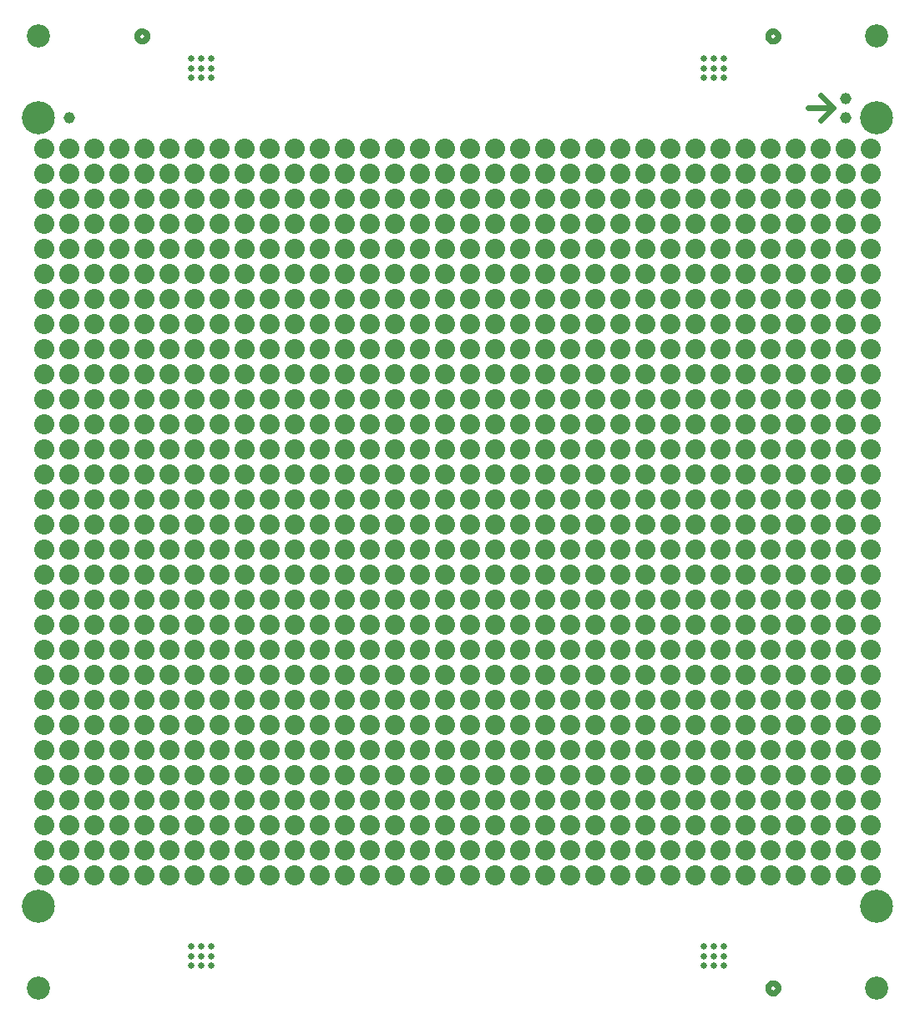
<source format=gts>
G75*
%MOIN*%
%OFA0B0*%
%FSLAX25Y25*%
%IPPOS*%
%LPD*%
%AMOC8*
5,1,8,0,0,1.08239X$1,22.5*
%
%ADD10C,0.13198*%
%ADD11C,0.02400*%
%ADD12C,0.02569*%
%ADD13C,0.09261*%
%ADD14C,0.04537*%
%ADD15C,0.08000*%
D10*
X0016427Y0041170D03*
X0016427Y0356131D03*
X0351072Y0356131D03*
X0351072Y0041170D03*
D11*
X0307765Y0008690D02*
X0307767Y0008778D01*
X0307773Y0008866D01*
X0307783Y0008954D01*
X0307797Y0009042D01*
X0307814Y0009128D01*
X0307836Y0009214D01*
X0307861Y0009298D01*
X0307891Y0009382D01*
X0307923Y0009464D01*
X0307960Y0009544D01*
X0308000Y0009623D01*
X0308044Y0009700D01*
X0308091Y0009775D01*
X0308141Y0009847D01*
X0308195Y0009918D01*
X0308251Y0009985D01*
X0308311Y0010051D01*
X0308373Y0010113D01*
X0308439Y0010173D01*
X0308506Y0010229D01*
X0308577Y0010283D01*
X0308649Y0010333D01*
X0308724Y0010380D01*
X0308801Y0010424D01*
X0308880Y0010464D01*
X0308960Y0010501D01*
X0309042Y0010533D01*
X0309126Y0010563D01*
X0309210Y0010588D01*
X0309296Y0010610D01*
X0309382Y0010627D01*
X0309470Y0010641D01*
X0309558Y0010651D01*
X0309646Y0010657D01*
X0309734Y0010659D01*
X0309822Y0010657D01*
X0309910Y0010651D01*
X0309998Y0010641D01*
X0310086Y0010627D01*
X0310172Y0010610D01*
X0310258Y0010588D01*
X0310342Y0010563D01*
X0310426Y0010533D01*
X0310508Y0010501D01*
X0310588Y0010464D01*
X0310667Y0010424D01*
X0310744Y0010380D01*
X0310819Y0010333D01*
X0310891Y0010283D01*
X0310962Y0010229D01*
X0311029Y0010173D01*
X0311095Y0010113D01*
X0311157Y0010051D01*
X0311217Y0009985D01*
X0311273Y0009918D01*
X0311327Y0009847D01*
X0311377Y0009775D01*
X0311424Y0009700D01*
X0311468Y0009623D01*
X0311508Y0009544D01*
X0311545Y0009464D01*
X0311577Y0009382D01*
X0311607Y0009298D01*
X0311632Y0009214D01*
X0311654Y0009128D01*
X0311671Y0009042D01*
X0311685Y0008954D01*
X0311695Y0008866D01*
X0311701Y0008778D01*
X0311703Y0008690D01*
X0311701Y0008602D01*
X0311695Y0008514D01*
X0311685Y0008426D01*
X0311671Y0008338D01*
X0311654Y0008252D01*
X0311632Y0008166D01*
X0311607Y0008082D01*
X0311577Y0007998D01*
X0311545Y0007916D01*
X0311508Y0007836D01*
X0311468Y0007757D01*
X0311424Y0007680D01*
X0311377Y0007605D01*
X0311327Y0007533D01*
X0311273Y0007462D01*
X0311217Y0007395D01*
X0311157Y0007329D01*
X0311095Y0007267D01*
X0311029Y0007207D01*
X0310962Y0007151D01*
X0310891Y0007097D01*
X0310819Y0007047D01*
X0310744Y0007000D01*
X0310667Y0006956D01*
X0310588Y0006916D01*
X0310508Y0006879D01*
X0310426Y0006847D01*
X0310342Y0006817D01*
X0310258Y0006792D01*
X0310172Y0006770D01*
X0310086Y0006753D01*
X0309998Y0006739D01*
X0309910Y0006729D01*
X0309822Y0006723D01*
X0309734Y0006721D01*
X0309646Y0006723D01*
X0309558Y0006729D01*
X0309470Y0006739D01*
X0309382Y0006753D01*
X0309296Y0006770D01*
X0309210Y0006792D01*
X0309126Y0006817D01*
X0309042Y0006847D01*
X0308960Y0006879D01*
X0308880Y0006916D01*
X0308801Y0006956D01*
X0308724Y0007000D01*
X0308649Y0007047D01*
X0308577Y0007097D01*
X0308506Y0007151D01*
X0308439Y0007207D01*
X0308373Y0007267D01*
X0308311Y0007329D01*
X0308251Y0007395D01*
X0308195Y0007462D01*
X0308141Y0007533D01*
X0308091Y0007605D01*
X0308044Y0007680D01*
X0308000Y0007757D01*
X0307960Y0007836D01*
X0307923Y0007916D01*
X0307891Y0007998D01*
X0307861Y0008082D01*
X0307836Y0008166D01*
X0307814Y0008252D01*
X0307797Y0008338D01*
X0307783Y0008426D01*
X0307773Y0008514D01*
X0307767Y0008602D01*
X0307765Y0008690D01*
X0328750Y0354900D02*
X0333750Y0359900D01*
X0328750Y0364900D01*
X0323750Y0359900D02*
X0333750Y0359900D01*
X0307765Y0388611D02*
X0307767Y0388699D01*
X0307773Y0388787D01*
X0307783Y0388875D01*
X0307797Y0388963D01*
X0307814Y0389049D01*
X0307836Y0389135D01*
X0307861Y0389219D01*
X0307891Y0389303D01*
X0307923Y0389385D01*
X0307960Y0389465D01*
X0308000Y0389544D01*
X0308044Y0389621D01*
X0308091Y0389696D01*
X0308141Y0389768D01*
X0308195Y0389839D01*
X0308251Y0389906D01*
X0308311Y0389972D01*
X0308373Y0390034D01*
X0308439Y0390094D01*
X0308506Y0390150D01*
X0308577Y0390204D01*
X0308649Y0390254D01*
X0308724Y0390301D01*
X0308801Y0390345D01*
X0308880Y0390385D01*
X0308960Y0390422D01*
X0309042Y0390454D01*
X0309126Y0390484D01*
X0309210Y0390509D01*
X0309296Y0390531D01*
X0309382Y0390548D01*
X0309470Y0390562D01*
X0309558Y0390572D01*
X0309646Y0390578D01*
X0309734Y0390580D01*
X0309822Y0390578D01*
X0309910Y0390572D01*
X0309998Y0390562D01*
X0310086Y0390548D01*
X0310172Y0390531D01*
X0310258Y0390509D01*
X0310342Y0390484D01*
X0310426Y0390454D01*
X0310508Y0390422D01*
X0310588Y0390385D01*
X0310667Y0390345D01*
X0310744Y0390301D01*
X0310819Y0390254D01*
X0310891Y0390204D01*
X0310962Y0390150D01*
X0311029Y0390094D01*
X0311095Y0390034D01*
X0311157Y0389972D01*
X0311217Y0389906D01*
X0311273Y0389839D01*
X0311327Y0389768D01*
X0311377Y0389696D01*
X0311424Y0389621D01*
X0311468Y0389544D01*
X0311508Y0389465D01*
X0311545Y0389385D01*
X0311577Y0389303D01*
X0311607Y0389219D01*
X0311632Y0389135D01*
X0311654Y0389049D01*
X0311671Y0388963D01*
X0311685Y0388875D01*
X0311695Y0388787D01*
X0311701Y0388699D01*
X0311703Y0388611D01*
X0311701Y0388523D01*
X0311695Y0388435D01*
X0311685Y0388347D01*
X0311671Y0388259D01*
X0311654Y0388173D01*
X0311632Y0388087D01*
X0311607Y0388003D01*
X0311577Y0387919D01*
X0311545Y0387837D01*
X0311508Y0387757D01*
X0311468Y0387678D01*
X0311424Y0387601D01*
X0311377Y0387526D01*
X0311327Y0387454D01*
X0311273Y0387383D01*
X0311217Y0387316D01*
X0311157Y0387250D01*
X0311095Y0387188D01*
X0311029Y0387128D01*
X0310962Y0387072D01*
X0310891Y0387018D01*
X0310819Y0386968D01*
X0310744Y0386921D01*
X0310667Y0386877D01*
X0310588Y0386837D01*
X0310508Y0386800D01*
X0310426Y0386768D01*
X0310342Y0386738D01*
X0310258Y0386713D01*
X0310172Y0386691D01*
X0310086Y0386674D01*
X0309998Y0386660D01*
X0309910Y0386650D01*
X0309822Y0386644D01*
X0309734Y0386642D01*
X0309646Y0386644D01*
X0309558Y0386650D01*
X0309470Y0386660D01*
X0309382Y0386674D01*
X0309296Y0386691D01*
X0309210Y0386713D01*
X0309126Y0386738D01*
X0309042Y0386768D01*
X0308960Y0386800D01*
X0308880Y0386837D01*
X0308801Y0386877D01*
X0308724Y0386921D01*
X0308649Y0386968D01*
X0308577Y0387018D01*
X0308506Y0387072D01*
X0308439Y0387128D01*
X0308373Y0387188D01*
X0308311Y0387250D01*
X0308251Y0387316D01*
X0308195Y0387383D01*
X0308141Y0387454D01*
X0308091Y0387526D01*
X0308044Y0387601D01*
X0308000Y0387678D01*
X0307960Y0387757D01*
X0307923Y0387837D01*
X0307891Y0387919D01*
X0307861Y0388003D01*
X0307836Y0388087D01*
X0307814Y0388173D01*
X0307797Y0388259D01*
X0307783Y0388347D01*
X0307773Y0388435D01*
X0307767Y0388523D01*
X0307765Y0388611D01*
X0055796Y0388611D02*
X0055798Y0388699D01*
X0055804Y0388787D01*
X0055814Y0388875D01*
X0055828Y0388963D01*
X0055845Y0389049D01*
X0055867Y0389135D01*
X0055892Y0389219D01*
X0055922Y0389303D01*
X0055954Y0389385D01*
X0055991Y0389465D01*
X0056031Y0389544D01*
X0056075Y0389621D01*
X0056122Y0389696D01*
X0056172Y0389768D01*
X0056226Y0389839D01*
X0056282Y0389906D01*
X0056342Y0389972D01*
X0056404Y0390034D01*
X0056470Y0390094D01*
X0056537Y0390150D01*
X0056608Y0390204D01*
X0056680Y0390254D01*
X0056755Y0390301D01*
X0056832Y0390345D01*
X0056911Y0390385D01*
X0056991Y0390422D01*
X0057073Y0390454D01*
X0057157Y0390484D01*
X0057241Y0390509D01*
X0057327Y0390531D01*
X0057413Y0390548D01*
X0057501Y0390562D01*
X0057589Y0390572D01*
X0057677Y0390578D01*
X0057765Y0390580D01*
X0057853Y0390578D01*
X0057941Y0390572D01*
X0058029Y0390562D01*
X0058117Y0390548D01*
X0058203Y0390531D01*
X0058289Y0390509D01*
X0058373Y0390484D01*
X0058457Y0390454D01*
X0058539Y0390422D01*
X0058619Y0390385D01*
X0058698Y0390345D01*
X0058775Y0390301D01*
X0058850Y0390254D01*
X0058922Y0390204D01*
X0058993Y0390150D01*
X0059060Y0390094D01*
X0059126Y0390034D01*
X0059188Y0389972D01*
X0059248Y0389906D01*
X0059304Y0389839D01*
X0059358Y0389768D01*
X0059408Y0389696D01*
X0059455Y0389621D01*
X0059499Y0389544D01*
X0059539Y0389465D01*
X0059576Y0389385D01*
X0059608Y0389303D01*
X0059638Y0389219D01*
X0059663Y0389135D01*
X0059685Y0389049D01*
X0059702Y0388963D01*
X0059716Y0388875D01*
X0059726Y0388787D01*
X0059732Y0388699D01*
X0059734Y0388611D01*
X0059732Y0388523D01*
X0059726Y0388435D01*
X0059716Y0388347D01*
X0059702Y0388259D01*
X0059685Y0388173D01*
X0059663Y0388087D01*
X0059638Y0388003D01*
X0059608Y0387919D01*
X0059576Y0387837D01*
X0059539Y0387757D01*
X0059499Y0387678D01*
X0059455Y0387601D01*
X0059408Y0387526D01*
X0059358Y0387454D01*
X0059304Y0387383D01*
X0059248Y0387316D01*
X0059188Y0387250D01*
X0059126Y0387188D01*
X0059060Y0387128D01*
X0058993Y0387072D01*
X0058922Y0387018D01*
X0058850Y0386968D01*
X0058775Y0386921D01*
X0058698Y0386877D01*
X0058619Y0386837D01*
X0058539Y0386800D01*
X0058457Y0386768D01*
X0058373Y0386738D01*
X0058289Y0386713D01*
X0058203Y0386691D01*
X0058117Y0386674D01*
X0058029Y0386660D01*
X0057941Y0386650D01*
X0057853Y0386644D01*
X0057765Y0386642D01*
X0057677Y0386644D01*
X0057589Y0386650D01*
X0057501Y0386660D01*
X0057413Y0386674D01*
X0057327Y0386691D01*
X0057241Y0386713D01*
X0057157Y0386738D01*
X0057073Y0386768D01*
X0056991Y0386800D01*
X0056911Y0386837D01*
X0056832Y0386877D01*
X0056755Y0386921D01*
X0056680Y0386968D01*
X0056608Y0387018D01*
X0056537Y0387072D01*
X0056470Y0387128D01*
X0056404Y0387188D01*
X0056342Y0387250D01*
X0056282Y0387316D01*
X0056226Y0387383D01*
X0056172Y0387454D01*
X0056122Y0387526D01*
X0056075Y0387601D01*
X0056031Y0387678D01*
X0055991Y0387757D01*
X0055954Y0387837D01*
X0055922Y0387919D01*
X0055892Y0388003D01*
X0055867Y0388087D01*
X0055845Y0388173D01*
X0055828Y0388259D01*
X0055814Y0388347D01*
X0055804Y0388435D01*
X0055798Y0388523D01*
X0055796Y0388611D01*
D12*
X0077450Y0379753D03*
X0077450Y0375816D03*
X0077450Y0371879D03*
X0081387Y0371879D03*
X0081387Y0375816D03*
X0081387Y0379753D03*
X0085324Y0379753D03*
X0085324Y0375816D03*
X0085324Y0371879D03*
X0282175Y0371879D03*
X0286112Y0371879D03*
X0286112Y0375816D03*
X0286112Y0379753D03*
X0282175Y0379753D03*
X0282175Y0375816D03*
X0290049Y0375816D03*
X0290049Y0379753D03*
X0290049Y0371879D03*
X0290049Y0025422D03*
X0290049Y0021485D03*
X0290049Y0017548D03*
X0286112Y0017548D03*
X0286112Y0021485D03*
X0286112Y0025422D03*
X0282175Y0025422D03*
X0282175Y0021485D03*
X0282175Y0017548D03*
X0085324Y0017548D03*
X0081387Y0017548D03*
X0077450Y0017548D03*
X0077450Y0021485D03*
X0077450Y0025422D03*
X0081387Y0025422D03*
X0081387Y0021485D03*
X0085324Y0021485D03*
X0085324Y0025422D03*
D13*
X0016427Y0008690D03*
X0351072Y0008690D03*
X0351072Y0388611D03*
X0016427Y0388611D03*
D14*
X0028750Y0356150D03*
X0338750Y0356150D03*
X0338750Y0363650D03*
D15*
X0338750Y0343650D03*
X0348750Y0343650D03*
X0348750Y0333650D03*
X0348750Y0323650D03*
X0348750Y0313650D03*
X0348750Y0303650D03*
X0348750Y0293650D03*
X0348750Y0283650D03*
X0348750Y0273650D03*
X0348750Y0263650D03*
X0348750Y0253650D03*
X0348750Y0243650D03*
X0348750Y0233650D03*
X0348750Y0223650D03*
X0348750Y0213650D03*
X0348750Y0203650D03*
X0348750Y0193650D03*
X0348750Y0183650D03*
X0348750Y0173650D03*
X0348750Y0163650D03*
X0348750Y0153650D03*
X0348750Y0143650D03*
X0348750Y0133650D03*
X0348750Y0123650D03*
X0348750Y0113650D03*
X0348750Y0103650D03*
X0348750Y0093650D03*
X0348750Y0083650D03*
X0348750Y0073650D03*
X0348750Y0063650D03*
X0348750Y0053650D03*
X0338750Y0053650D03*
X0338750Y0063650D03*
X0338750Y0073650D03*
X0338750Y0083650D03*
X0338750Y0093650D03*
X0338750Y0103650D03*
X0338750Y0113650D03*
X0338750Y0123650D03*
X0338750Y0133650D03*
X0338750Y0143650D03*
X0338750Y0153650D03*
X0338750Y0163650D03*
X0338750Y0173650D03*
X0338750Y0183650D03*
X0338750Y0193650D03*
X0338750Y0203650D03*
X0338750Y0213650D03*
X0338750Y0223650D03*
X0338750Y0233650D03*
X0338750Y0243650D03*
X0338750Y0253650D03*
X0338750Y0263650D03*
X0338750Y0273650D03*
X0338750Y0283650D03*
X0338750Y0293650D03*
X0338750Y0303650D03*
X0338750Y0313650D03*
X0338750Y0323650D03*
X0338750Y0333650D03*
X0328750Y0333650D03*
X0328750Y0323650D03*
X0328750Y0313650D03*
X0328750Y0303650D03*
X0328750Y0293650D03*
X0328750Y0283650D03*
X0328750Y0273650D03*
X0328750Y0263650D03*
X0328750Y0253650D03*
X0328750Y0243650D03*
X0328750Y0233650D03*
X0328750Y0223650D03*
X0328750Y0213650D03*
X0328750Y0203650D03*
X0328750Y0193650D03*
X0328750Y0183650D03*
X0328750Y0173650D03*
X0328750Y0163650D03*
X0328750Y0153650D03*
X0328750Y0143650D03*
X0328750Y0133650D03*
X0328750Y0123650D03*
X0328750Y0113650D03*
X0328750Y0103650D03*
X0328750Y0093650D03*
X0328750Y0083650D03*
X0328750Y0073650D03*
X0328750Y0063650D03*
X0328750Y0053650D03*
X0318750Y0053650D03*
X0308750Y0053650D03*
X0308750Y0063650D03*
X0318750Y0063650D03*
X0318750Y0073650D03*
X0308750Y0073650D03*
X0308750Y0083650D03*
X0318750Y0083650D03*
X0318750Y0093650D03*
X0308750Y0093650D03*
X0308750Y0103650D03*
X0318750Y0103650D03*
X0318750Y0113650D03*
X0308750Y0113650D03*
X0308750Y0123650D03*
X0318750Y0123650D03*
X0318750Y0133650D03*
X0308750Y0133650D03*
X0308750Y0143650D03*
X0318750Y0143650D03*
X0318750Y0153650D03*
X0308750Y0153650D03*
X0308750Y0163650D03*
X0318750Y0163650D03*
X0318750Y0173650D03*
X0308750Y0173650D03*
X0308750Y0183650D03*
X0318750Y0183650D03*
X0318750Y0193650D03*
X0308750Y0193650D03*
X0308750Y0203650D03*
X0318750Y0203650D03*
X0318750Y0213650D03*
X0308750Y0213650D03*
X0308750Y0223650D03*
X0318750Y0223650D03*
X0318750Y0233650D03*
X0308750Y0233650D03*
X0308750Y0243650D03*
X0318750Y0243650D03*
X0318750Y0253650D03*
X0308750Y0253650D03*
X0308750Y0263650D03*
X0318750Y0263650D03*
X0318750Y0273650D03*
X0308750Y0273650D03*
X0308750Y0283650D03*
X0318750Y0283650D03*
X0318750Y0293650D03*
X0308750Y0293650D03*
X0308750Y0303650D03*
X0318750Y0303650D03*
X0318750Y0313650D03*
X0308750Y0313650D03*
X0308750Y0323650D03*
X0318750Y0323650D03*
X0318750Y0333650D03*
X0308750Y0333650D03*
X0308750Y0343650D03*
X0318750Y0343650D03*
X0328750Y0343650D03*
X0298750Y0343650D03*
X0298750Y0333650D03*
X0298750Y0323650D03*
X0298750Y0313650D03*
X0298750Y0303650D03*
X0298750Y0293650D03*
X0298750Y0283650D03*
X0298750Y0273650D03*
X0298750Y0263650D03*
X0298750Y0253650D03*
X0298750Y0243650D03*
X0298750Y0233650D03*
X0298750Y0223650D03*
X0298750Y0213650D03*
X0298750Y0203650D03*
X0298750Y0193650D03*
X0298750Y0183650D03*
X0298750Y0173650D03*
X0298750Y0163650D03*
X0298750Y0153650D03*
X0298750Y0143650D03*
X0298750Y0133650D03*
X0298750Y0123650D03*
X0298750Y0113650D03*
X0298750Y0103650D03*
X0298750Y0093650D03*
X0298750Y0083650D03*
X0298750Y0073650D03*
X0298750Y0063650D03*
X0298750Y0053650D03*
X0288750Y0053650D03*
X0288750Y0063650D03*
X0288750Y0073650D03*
X0288750Y0083650D03*
X0288750Y0093650D03*
X0288750Y0103650D03*
X0288750Y0113650D03*
X0288750Y0123650D03*
X0288750Y0133650D03*
X0288750Y0143650D03*
X0288750Y0153650D03*
X0288750Y0163650D03*
X0288750Y0173650D03*
X0288750Y0183650D03*
X0288750Y0193650D03*
X0288750Y0203650D03*
X0288750Y0213650D03*
X0288750Y0223650D03*
X0288750Y0233650D03*
X0288750Y0243650D03*
X0288750Y0253650D03*
X0288750Y0263650D03*
X0288750Y0273650D03*
X0288750Y0283650D03*
X0288750Y0293650D03*
X0288750Y0303650D03*
X0288750Y0313650D03*
X0288750Y0323650D03*
X0288750Y0333650D03*
X0288750Y0343650D03*
X0278750Y0343650D03*
X0268750Y0343650D03*
X0268750Y0333650D03*
X0278750Y0333650D03*
X0278750Y0323650D03*
X0268750Y0323650D03*
X0268750Y0313650D03*
X0278750Y0313650D03*
X0278750Y0303650D03*
X0268750Y0303650D03*
X0268750Y0293650D03*
X0278750Y0293650D03*
X0278750Y0283650D03*
X0268750Y0283650D03*
X0268750Y0273650D03*
X0278750Y0273650D03*
X0278750Y0263650D03*
X0268750Y0263650D03*
X0268750Y0253650D03*
X0278750Y0253650D03*
X0278750Y0243650D03*
X0268750Y0243650D03*
X0268750Y0233650D03*
X0278750Y0233650D03*
X0278750Y0223650D03*
X0268750Y0223650D03*
X0268750Y0213650D03*
X0278750Y0213650D03*
X0278750Y0203650D03*
X0268750Y0203650D03*
X0268750Y0193650D03*
X0278750Y0193650D03*
X0278750Y0183650D03*
X0268750Y0183650D03*
X0268750Y0173650D03*
X0278750Y0173650D03*
X0278750Y0163650D03*
X0268750Y0163650D03*
X0268750Y0153650D03*
X0278750Y0153650D03*
X0278750Y0143650D03*
X0268750Y0143650D03*
X0268750Y0133650D03*
X0278750Y0133650D03*
X0278750Y0123650D03*
X0268750Y0123650D03*
X0268750Y0113650D03*
X0278750Y0113650D03*
X0278750Y0103650D03*
X0268750Y0103650D03*
X0268750Y0093650D03*
X0278750Y0093650D03*
X0278750Y0083650D03*
X0268750Y0083650D03*
X0268750Y0073650D03*
X0278750Y0073650D03*
X0278750Y0063650D03*
X0268750Y0063650D03*
X0268750Y0053650D03*
X0278750Y0053650D03*
X0258750Y0053650D03*
X0258750Y0063650D03*
X0258750Y0073650D03*
X0258750Y0083650D03*
X0258750Y0093650D03*
X0258750Y0103650D03*
X0258750Y0113650D03*
X0258750Y0123650D03*
X0258750Y0133650D03*
X0258750Y0143650D03*
X0258750Y0153650D03*
X0258750Y0163650D03*
X0258750Y0173650D03*
X0258750Y0183650D03*
X0258750Y0193650D03*
X0258750Y0203650D03*
X0258750Y0213650D03*
X0258750Y0223650D03*
X0258750Y0233650D03*
X0258750Y0243650D03*
X0258750Y0253650D03*
X0258750Y0263650D03*
X0258750Y0273650D03*
X0258750Y0283650D03*
X0258750Y0293650D03*
X0258750Y0303650D03*
X0258750Y0313650D03*
X0258750Y0323650D03*
X0258750Y0333650D03*
X0258750Y0343650D03*
X0248750Y0343650D03*
X0238750Y0343650D03*
X0238750Y0333650D03*
X0248750Y0333650D03*
X0248750Y0323650D03*
X0238750Y0323650D03*
X0238750Y0313650D03*
X0248750Y0313650D03*
X0248750Y0303650D03*
X0238750Y0303650D03*
X0238750Y0293650D03*
X0248750Y0293650D03*
X0248750Y0283650D03*
X0238750Y0283650D03*
X0238750Y0273650D03*
X0248750Y0273650D03*
X0248750Y0263650D03*
X0238750Y0263650D03*
X0238750Y0253650D03*
X0248750Y0253650D03*
X0248750Y0243650D03*
X0238750Y0243650D03*
X0238750Y0233650D03*
X0248750Y0233650D03*
X0248750Y0223650D03*
X0238750Y0223650D03*
X0238750Y0213650D03*
X0248750Y0213650D03*
X0248750Y0203650D03*
X0238750Y0203650D03*
X0238750Y0193650D03*
X0248750Y0193650D03*
X0248750Y0183650D03*
X0238750Y0183650D03*
X0238750Y0173650D03*
X0248750Y0173650D03*
X0248750Y0163650D03*
X0238750Y0163650D03*
X0238750Y0153650D03*
X0248750Y0153650D03*
X0248750Y0143650D03*
X0238750Y0143650D03*
X0238750Y0133650D03*
X0248750Y0133650D03*
X0248750Y0123650D03*
X0238750Y0123650D03*
X0238750Y0113650D03*
X0248750Y0113650D03*
X0248750Y0103650D03*
X0238750Y0103650D03*
X0238750Y0093650D03*
X0248750Y0093650D03*
X0248750Y0083650D03*
X0238750Y0083650D03*
X0238750Y0073650D03*
X0248750Y0073650D03*
X0248750Y0063650D03*
X0238750Y0063650D03*
X0238750Y0053650D03*
X0248750Y0053650D03*
X0228750Y0053650D03*
X0228750Y0063650D03*
X0228750Y0073650D03*
X0228750Y0083650D03*
X0228750Y0093650D03*
X0228750Y0103650D03*
X0228750Y0113650D03*
X0228750Y0123650D03*
X0228750Y0133650D03*
X0228750Y0143650D03*
X0228750Y0153650D03*
X0228750Y0163650D03*
X0228750Y0173650D03*
X0228750Y0183650D03*
X0228750Y0193650D03*
X0228750Y0203650D03*
X0228750Y0213650D03*
X0228750Y0223650D03*
X0228750Y0233650D03*
X0228750Y0243650D03*
X0228750Y0253650D03*
X0228750Y0263650D03*
X0228750Y0273650D03*
X0228750Y0283650D03*
X0228750Y0293650D03*
X0228750Y0303650D03*
X0228750Y0313650D03*
X0228750Y0323650D03*
X0228750Y0333650D03*
X0228750Y0343650D03*
X0218750Y0343650D03*
X0218750Y0333650D03*
X0218750Y0323650D03*
X0218750Y0313650D03*
X0218750Y0303650D03*
X0218750Y0293650D03*
X0218750Y0283650D03*
X0218750Y0273650D03*
X0218750Y0263650D03*
X0218750Y0253650D03*
X0218750Y0243650D03*
X0218750Y0233650D03*
X0218750Y0223650D03*
X0218750Y0213650D03*
X0218750Y0203650D03*
X0218750Y0193650D03*
X0218750Y0183650D03*
X0218750Y0173650D03*
X0218750Y0163650D03*
X0218750Y0153650D03*
X0218750Y0143650D03*
X0218750Y0133650D03*
X0218750Y0123650D03*
X0218750Y0113650D03*
X0218750Y0103650D03*
X0218750Y0093650D03*
X0218750Y0083650D03*
X0218750Y0073650D03*
X0218750Y0063650D03*
X0218750Y0053650D03*
X0208750Y0053650D03*
X0198750Y0053650D03*
X0198750Y0063650D03*
X0208750Y0063650D03*
X0208750Y0073650D03*
X0198750Y0073650D03*
X0198750Y0083650D03*
X0208750Y0083650D03*
X0208750Y0093650D03*
X0198750Y0093650D03*
X0198750Y0103650D03*
X0208750Y0103650D03*
X0208750Y0113650D03*
X0198750Y0113650D03*
X0198750Y0123650D03*
X0208750Y0123650D03*
X0208750Y0133650D03*
X0198750Y0133650D03*
X0198750Y0143650D03*
X0208750Y0143650D03*
X0208750Y0153650D03*
X0198750Y0153650D03*
X0198750Y0163650D03*
X0208750Y0163650D03*
X0208750Y0173650D03*
X0198750Y0173650D03*
X0198750Y0183650D03*
X0208750Y0183650D03*
X0208750Y0193650D03*
X0198750Y0193650D03*
X0198750Y0203650D03*
X0208750Y0203650D03*
X0208750Y0213650D03*
X0198750Y0213650D03*
X0198750Y0223650D03*
X0208750Y0223650D03*
X0208750Y0233650D03*
X0198750Y0233650D03*
X0198750Y0243650D03*
X0208750Y0243650D03*
X0208750Y0253650D03*
X0198750Y0253650D03*
X0198750Y0263650D03*
X0208750Y0263650D03*
X0208750Y0273650D03*
X0198750Y0273650D03*
X0198750Y0283650D03*
X0208750Y0283650D03*
X0208750Y0293650D03*
X0198750Y0293650D03*
X0198750Y0303650D03*
X0208750Y0303650D03*
X0208750Y0313650D03*
X0198750Y0313650D03*
X0198750Y0323650D03*
X0208750Y0323650D03*
X0208750Y0333650D03*
X0198750Y0333650D03*
X0198750Y0343650D03*
X0208750Y0343650D03*
X0188750Y0343650D03*
X0188750Y0333650D03*
X0188750Y0323650D03*
X0188750Y0313650D03*
X0188750Y0303650D03*
X0188750Y0293650D03*
X0188750Y0283650D03*
X0188750Y0273650D03*
X0188750Y0263650D03*
X0188750Y0253650D03*
X0188750Y0243650D03*
X0188750Y0233650D03*
X0188750Y0223650D03*
X0188750Y0213650D03*
X0188750Y0203650D03*
X0188750Y0193650D03*
X0188750Y0183650D03*
X0188750Y0173650D03*
X0188750Y0163650D03*
X0188750Y0153650D03*
X0188750Y0143650D03*
X0188750Y0133650D03*
X0188750Y0123650D03*
X0188750Y0113650D03*
X0188750Y0103650D03*
X0188750Y0093650D03*
X0188750Y0083650D03*
X0188750Y0073650D03*
X0188750Y0063650D03*
X0188750Y0053650D03*
X0178750Y0053650D03*
X0178750Y0063650D03*
X0178750Y0073650D03*
X0178750Y0083650D03*
X0178750Y0093650D03*
X0178750Y0103650D03*
X0178750Y0113650D03*
X0178750Y0123650D03*
X0178750Y0133650D03*
X0178750Y0143650D03*
X0178750Y0153650D03*
X0178750Y0163650D03*
X0178750Y0173650D03*
X0178750Y0183650D03*
X0178750Y0193650D03*
X0178750Y0203650D03*
X0178750Y0213650D03*
X0178750Y0223650D03*
X0178750Y0233650D03*
X0178750Y0243650D03*
X0178750Y0253650D03*
X0178750Y0263650D03*
X0178750Y0273650D03*
X0178750Y0283650D03*
X0178750Y0293650D03*
X0178750Y0303650D03*
X0178750Y0313650D03*
X0178750Y0323650D03*
X0178750Y0333650D03*
X0178750Y0343650D03*
X0168750Y0343650D03*
X0158750Y0343650D03*
X0158750Y0333650D03*
X0168750Y0333650D03*
X0168750Y0323650D03*
X0158750Y0323650D03*
X0158750Y0313650D03*
X0168750Y0313650D03*
X0168750Y0303650D03*
X0158750Y0303650D03*
X0158750Y0293650D03*
X0168750Y0293650D03*
X0168750Y0283650D03*
X0158750Y0283650D03*
X0158750Y0273650D03*
X0168750Y0273650D03*
X0168750Y0263650D03*
X0158750Y0263650D03*
X0158750Y0253650D03*
X0168750Y0253650D03*
X0168750Y0243650D03*
X0158750Y0243650D03*
X0158750Y0233650D03*
X0168750Y0233650D03*
X0168750Y0223650D03*
X0158750Y0223650D03*
X0158750Y0213650D03*
X0168750Y0213650D03*
X0168750Y0203650D03*
X0158750Y0203650D03*
X0158750Y0193650D03*
X0168750Y0193650D03*
X0168750Y0183650D03*
X0158750Y0183650D03*
X0158750Y0173650D03*
X0168750Y0173650D03*
X0168750Y0163650D03*
X0158750Y0163650D03*
X0158750Y0153650D03*
X0168750Y0153650D03*
X0168750Y0143650D03*
X0158750Y0143650D03*
X0158750Y0133650D03*
X0168750Y0133650D03*
X0168750Y0123650D03*
X0158750Y0123650D03*
X0158750Y0113650D03*
X0168750Y0113650D03*
X0168750Y0103650D03*
X0158750Y0103650D03*
X0158750Y0093650D03*
X0168750Y0093650D03*
X0168750Y0083650D03*
X0158750Y0083650D03*
X0158750Y0073650D03*
X0168750Y0073650D03*
X0168750Y0063650D03*
X0158750Y0063650D03*
X0158750Y0053650D03*
X0168750Y0053650D03*
X0148750Y0053650D03*
X0148750Y0063650D03*
X0148750Y0073650D03*
X0148750Y0083650D03*
X0148750Y0093650D03*
X0148750Y0103650D03*
X0148750Y0113650D03*
X0148750Y0123650D03*
X0148750Y0133650D03*
X0148750Y0143650D03*
X0148750Y0153650D03*
X0148750Y0163650D03*
X0148750Y0173650D03*
X0148750Y0183650D03*
X0148750Y0193650D03*
X0148750Y0203650D03*
X0148750Y0213650D03*
X0148750Y0223650D03*
X0148750Y0233650D03*
X0148750Y0243650D03*
X0148750Y0253650D03*
X0148750Y0263650D03*
X0148750Y0273650D03*
X0148750Y0283650D03*
X0148750Y0293650D03*
X0148750Y0303650D03*
X0148750Y0313650D03*
X0148750Y0323650D03*
X0148750Y0333650D03*
X0148750Y0343650D03*
X0138750Y0343650D03*
X0128750Y0343650D03*
X0128750Y0333650D03*
X0138750Y0333650D03*
X0138750Y0323650D03*
X0128750Y0323650D03*
X0128750Y0313650D03*
X0138750Y0313650D03*
X0138750Y0303650D03*
X0128750Y0303650D03*
X0128750Y0293650D03*
X0138750Y0293650D03*
X0138750Y0283650D03*
X0128750Y0283650D03*
X0128750Y0273650D03*
X0138750Y0273650D03*
X0138750Y0263650D03*
X0128750Y0263650D03*
X0128750Y0253650D03*
X0138750Y0253650D03*
X0138750Y0243650D03*
X0128750Y0243650D03*
X0128750Y0233650D03*
X0138750Y0233650D03*
X0138750Y0223650D03*
X0128750Y0223650D03*
X0128750Y0213650D03*
X0138750Y0213650D03*
X0138750Y0203650D03*
X0128750Y0203650D03*
X0128750Y0193650D03*
X0138750Y0193650D03*
X0138750Y0183650D03*
X0128750Y0183650D03*
X0128750Y0173650D03*
X0138750Y0173650D03*
X0138750Y0163650D03*
X0128750Y0163650D03*
X0128750Y0153650D03*
X0138750Y0153650D03*
X0138750Y0143650D03*
X0128750Y0143650D03*
X0128750Y0133650D03*
X0138750Y0133650D03*
X0138750Y0123650D03*
X0128750Y0123650D03*
X0128750Y0113650D03*
X0138750Y0113650D03*
X0138750Y0103650D03*
X0128750Y0103650D03*
X0128750Y0093650D03*
X0138750Y0093650D03*
X0138750Y0083650D03*
X0128750Y0083650D03*
X0128750Y0073650D03*
X0138750Y0073650D03*
X0138750Y0063650D03*
X0128750Y0063650D03*
X0128750Y0053650D03*
X0138750Y0053650D03*
X0118750Y0053650D03*
X0118750Y0063650D03*
X0118750Y0073650D03*
X0118750Y0083650D03*
X0118750Y0093650D03*
X0118750Y0103650D03*
X0118750Y0113650D03*
X0118750Y0123650D03*
X0118750Y0133650D03*
X0118750Y0143650D03*
X0118750Y0153650D03*
X0118750Y0163650D03*
X0118750Y0173650D03*
X0118750Y0183650D03*
X0118750Y0193650D03*
X0118750Y0203650D03*
X0118750Y0213650D03*
X0118750Y0223650D03*
X0118750Y0233650D03*
X0118750Y0243650D03*
X0118750Y0253650D03*
X0118750Y0263650D03*
X0118750Y0273650D03*
X0118750Y0283650D03*
X0118750Y0293650D03*
X0118750Y0303650D03*
X0118750Y0313650D03*
X0118750Y0323650D03*
X0118750Y0333650D03*
X0118750Y0343650D03*
X0108750Y0343650D03*
X0108750Y0333650D03*
X0108750Y0323650D03*
X0108750Y0313650D03*
X0108750Y0303650D03*
X0108750Y0293650D03*
X0108750Y0283650D03*
X0108750Y0273650D03*
X0108750Y0263650D03*
X0108750Y0253650D03*
X0108750Y0243650D03*
X0108750Y0233650D03*
X0108750Y0223650D03*
X0108750Y0213650D03*
X0108750Y0203650D03*
X0108750Y0193650D03*
X0108750Y0183650D03*
X0108750Y0173650D03*
X0108750Y0163650D03*
X0108750Y0153650D03*
X0108750Y0143650D03*
X0108750Y0133650D03*
X0108750Y0123650D03*
X0108750Y0113650D03*
X0108750Y0103650D03*
X0108750Y0093650D03*
X0108750Y0083650D03*
X0108750Y0073650D03*
X0108750Y0063650D03*
X0108750Y0053650D03*
X0098750Y0053650D03*
X0088750Y0053650D03*
X0088750Y0063650D03*
X0098750Y0063650D03*
X0098750Y0073650D03*
X0088750Y0073650D03*
X0088750Y0083650D03*
X0098750Y0083650D03*
X0098750Y0093650D03*
X0088750Y0093650D03*
X0088750Y0103650D03*
X0098750Y0103650D03*
X0098750Y0113650D03*
X0088750Y0113650D03*
X0088750Y0123650D03*
X0098750Y0123650D03*
X0098750Y0133650D03*
X0088750Y0133650D03*
X0088750Y0143650D03*
X0098750Y0143650D03*
X0098750Y0153650D03*
X0088750Y0153650D03*
X0088750Y0163650D03*
X0098750Y0163650D03*
X0098750Y0173650D03*
X0088750Y0173650D03*
X0088750Y0183650D03*
X0098750Y0183650D03*
X0098750Y0193650D03*
X0088750Y0193650D03*
X0088750Y0203650D03*
X0098750Y0203650D03*
X0098750Y0213650D03*
X0088750Y0213650D03*
X0088750Y0223650D03*
X0098750Y0223650D03*
X0098750Y0233650D03*
X0088750Y0233650D03*
X0088750Y0243650D03*
X0098750Y0243650D03*
X0098750Y0253650D03*
X0088750Y0253650D03*
X0088750Y0263650D03*
X0098750Y0263650D03*
X0098750Y0273650D03*
X0088750Y0273650D03*
X0088750Y0283650D03*
X0098750Y0283650D03*
X0098750Y0293650D03*
X0088750Y0293650D03*
X0088750Y0303650D03*
X0098750Y0303650D03*
X0098750Y0313650D03*
X0088750Y0313650D03*
X0088750Y0323650D03*
X0098750Y0323650D03*
X0098750Y0333650D03*
X0088750Y0333650D03*
X0088750Y0343650D03*
X0098750Y0343650D03*
X0078750Y0343650D03*
X0078750Y0333650D03*
X0078750Y0323650D03*
X0078750Y0313650D03*
X0078750Y0303650D03*
X0078750Y0293650D03*
X0078750Y0283650D03*
X0078750Y0273650D03*
X0078750Y0263650D03*
X0078750Y0253650D03*
X0078750Y0243650D03*
X0078750Y0233650D03*
X0078750Y0223650D03*
X0078750Y0213650D03*
X0078750Y0203650D03*
X0078750Y0193650D03*
X0078750Y0183650D03*
X0078750Y0173650D03*
X0078750Y0163650D03*
X0078750Y0153650D03*
X0078750Y0143650D03*
X0078750Y0133650D03*
X0078750Y0123650D03*
X0078750Y0113650D03*
X0078750Y0103650D03*
X0078750Y0093650D03*
X0078750Y0083650D03*
X0078750Y0073650D03*
X0078750Y0063650D03*
X0078750Y0053650D03*
X0068750Y0053650D03*
X0058750Y0053650D03*
X0058750Y0063650D03*
X0068750Y0063650D03*
X0068750Y0073650D03*
X0058750Y0073650D03*
X0058750Y0083650D03*
X0068750Y0083650D03*
X0068750Y0093650D03*
X0058750Y0093650D03*
X0058750Y0103650D03*
X0068750Y0103650D03*
X0068750Y0113650D03*
X0058750Y0113650D03*
X0058750Y0123650D03*
X0068750Y0123650D03*
X0068750Y0133650D03*
X0058750Y0133650D03*
X0058750Y0143650D03*
X0068750Y0143650D03*
X0068750Y0153650D03*
X0058750Y0153650D03*
X0058750Y0163650D03*
X0068750Y0163650D03*
X0068750Y0173650D03*
X0058750Y0173650D03*
X0058750Y0183650D03*
X0068750Y0183650D03*
X0068750Y0193650D03*
X0058750Y0193650D03*
X0058750Y0203650D03*
X0068750Y0203650D03*
X0068750Y0213650D03*
X0058750Y0213650D03*
X0058750Y0223650D03*
X0068750Y0223650D03*
X0068750Y0233650D03*
X0058750Y0233650D03*
X0058750Y0243650D03*
X0068750Y0243650D03*
X0068750Y0253650D03*
X0058750Y0253650D03*
X0058750Y0263650D03*
X0068750Y0263650D03*
X0068750Y0273650D03*
X0058750Y0273650D03*
X0058750Y0283650D03*
X0068750Y0283650D03*
X0068750Y0293650D03*
X0058750Y0293650D03*
X0058750Y0303650D03*
X0068750Y0303650D03*
X0068750Y0313650D03*
X0058750Y0313650D03*
X0058750Y0323650D03*
X0068750Y0323650D03*
X0068750Y0333650D03*
X0058750Y0333650D03*
X0058750Y0343650D03*
X0068750Y0343650D03*
X0048750Y0343650D03*
X0048750Y0333650D03*
X0048750Y0323650D03*
X0048750Y0313650D03*
X0048750Y0303650D03*
X0048750Y0293650D03*
X0048750Y0283650D03*
X0048750Y0273650D03*
X0048750Y0263650D03*
X0048750Y0253650D03*
X0048750Y0243650D03*
X0048750Y0233650D03*
X0048750Y0223650D03*
X0048750Y0213650D03*
X0048750Y0203650D03*
X0048750Y0193650D03*
X0048750Y0183650D03*
X0048750Y0173650D03*
X0048750Y0163650D03*
X0048750Y0153650D03*
X0048750Y0143650D03*
X0048750Y0133650D03*
X0048750Y0123650D03*
X0048750Y0113650D03*
X0048750Y0103650D03*
X0048750Y0093650D03*
X0048750Y0083650D03*
X0048750Y0073650D03*
X0048750Y0063650D03*
X0048750Y0053650D03*
X0038750Y0053650D03*
X0038750Y0063650D03*
X0038750Y0073650D03*
X0038750Y0083650D03*
X0038750Y0093650D03*
X0038750Y0103650D03*
X0038750Y0113650D03*
X0038750Y0123650D03*
X0038750Y0133650D03*
X0038750Y0143650D03*
X0038750Y0153650D03*
X0038750Y0163650D03*
X0038750Y0173650D03*
X0038750Y0183650D03*
X0038750Y0193650D03*
X0038750Y0203650D03*
X0038750Y0213650D03*
X0038750Y0223650D03*
X0038750Y0233650D03*
X0038750Y0243650D03*
X0038750Y0253650D03*
X0038750Y0263650D03*
X0038750Y0273650D03*
X0038750Y0283650D03*
X0038750Y0293650D03*
X0038750Y0303650D03*
X0038750Y0313650D03*
X0038750Y0323650D03*
X0038750Y0333650D03*
X0038750Y0343650D03*
X0028750Y0343650D03*
X0018750Y0343650D03*
X0018750Y0333650D03*
X0028750Y0333650D03*
X0028750Y0323650D03*
X0018750Y0323650D03*
X0018750Y0313650D03*
X0028750Y0313650D03*
X0028750Y0303650D03*
X0018750Y0303650D03*
X0018750Y0293650D03*
X0028750Y0293650D03*
X0028750Y0283650D03*
X0018750Y0283650D03*
X0018750Y0273650D03*
X0028750Y0273650D03*
X0028750Y0263650D03*
X0018750Y0263650D03*
X0018750Y0253650D03*
X0028750Y0253650D03*
X0028750Y0243650D03*
X0018750Y0243650D03*
X0018750Y0233650D03*
X0028750Y0233650D03*
X0028750Y0223650D03*
X0018750Y0223650D03*
X0018750Y0213650D03*
X0028750Y0213650D03*
X0028750Y0203650D03*
X0018750Y0203650D03*
X0018750Y0193650D03*
X0028750Y0193650D03*
X0028750Y0183650D03*
X0018750Y0183650D03*
X0018750Y0173650D03*
X0028750Y0173650D03*
X0028750Y0163650D03*
X0018750Y0163650D03*
X0018750Y0153650D03*
X0028750Y0153650D03*
X0028750Y0143650D03*
X0018750Y0143650D03*
X0018750Y0133650D03*
X0028750Y0133650D03*
X0028750Y0123650D03*
X0018750Y0123650D03*
X0018750Y0113650D03*
X0028750Y0113650D03*
X0028750Y0103650D03*
X0018750Y0103650D03*
X0018750Y0093650D03*
X0028750Y0093650D03*
X0028750Y0083650D03*
X0018750Y0083650D03*
X0018750Y0073650D03*
X0028750Y0073650D03*
X0028750Y0063650D03*
X0018750Y0063650D03*
X0018750Y0053650D03*
X0028750Y0053650D03*
M02*

</source>
